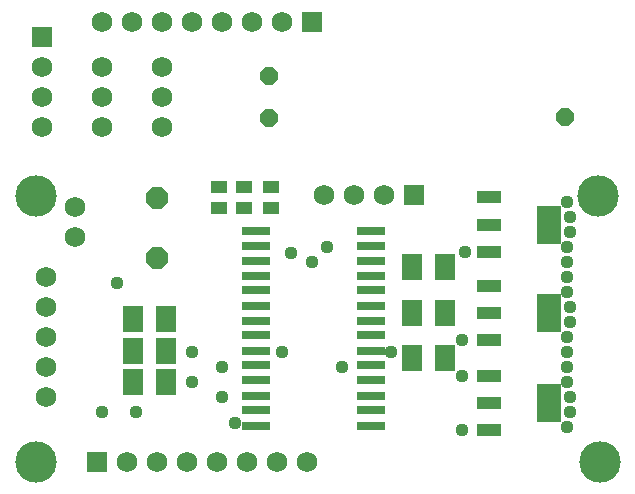
<source format=gts>
G75*
G70*
%OFA0B0*%
%FSLAX24Y24*%
%IPPOS*%
%LPD*%
%AMOC8*
5,1,8,0,0,1.08239X$1,22.5*
%
%ADD10R,0.0946X0.0316*%
%ADD11R,0.0789X0.0395*%
%ADD12R,0.0808X0.1261*%
%ADD13R,0.0710X0.0867*%
%ADD14OC8,0.0710*%
%ADD15R,0.0552X0.0395*%
%ADD16C,0.0680*%
%ADD17R,0.0680X0.0680*%
%ADD18C,0.1380*%
%ADD19OC8,0.0595*%
%ADD20C,0.0440*%
D10*
X008574Y002429D03*
X008574Y002941D03*
X008574Y003433D03*
X008574Y003945D03*
X008574Y004437D03*
X008574Y004929D03*
X008574Y005441D03*
X008574Y005933D03*
X008574Y006425D03*
X008574Y006937D03*
X008574Y007429D03*
X008574Y007921D03*
X008574Y008433D03*
X008574Y008925D03*
X012413Y008925D03*
X012413Y008433D03*
X012413Y007921D03*
X012413Y007429D03*
X012413Y006937D03*
X012413Y006425D03*
X012413Y005933D03*
X012413Y005441D03*
X012413Y004929D03*
X012413Y004437D03*
X012413Y003945D03*
X012413Y003433D03*
X012413Y002941D03*
X012413Y002429D03*
D11*
X016329Y002277D03*
X016333Y003183D03*
X016329Y004089D03*
X016329Y005277D03*
X016333Y006183D03*
X016329Y007089D03*
X016329Y008227D03*
X016333Y009133D03*
X016329Y010039D03*
D12*
X018333Y009133D03*
X018333Y006183D03*
X018333Y003183D03*
D13*
X014885Y004683D03*
X013782Y004683D03*
X013782Y006183D03*
X014885Y006183D03*
X014885Y007733D03*
X013782Y007733D03*
X005585Y005983D03*
X004482Y005983D03*
X004482Y004933D03*
X005585Y004933D03*
X005585Y003883D03*
X004482Y003883D03*
D14*
X005283Y008033D03*
X005283Y010033D03*
D15*
X007333Y009679D03*
X007333Y010387D03*
X008183Y010387D03*
X009083Y010387D03*
X009083Y009679D03*
X008183Y009679D03*
D16*
X010833Y010133D03*
X011833Y010133D03*
X012833Y010133D03*
X009433Y015883D03*
X008433Y015883D03*
X007433Y015883D03*
X006433Y015883D03*
X005433Y015883D03*
X004433Y015883D03*
X003433Y015883D03*
X003433Y014383D03*
X003433Y013383D03*
X003433Y012383D03*
X005433Y012383D03*
X005433Y013383D03*
X005433Y014383D03*
X001433Y014383D03*
X001433Y013383D03*
X001433Y012383D03*
X002533Y009733D03*
X002533Y008733D03*
X001583Y007383D03*
X001583Y006383D03*
X001583Y005383D03*
X001583Y004383D03*
X001583Y003383D03*
X004283Y001233D03*
X005283Y001233D03*
X006283Y001233D03*
X007283Y001233D03*
X008283Y001233D03*
X009283Y001233D03*
X010283Y001233D03*
D17*
X003283Y001233D03*
X013833Y010133D03*
X010433Y015883D03*
X001433Y015383D03*
D18*
X001233Y001233D03*
X001233Y010083D03*
X019983Y010083D03*
X020033Y001233D03*
D19*
X018855Y012714D03*
X008992Y012694D03*
X008992Y014072D03*
D20*
X010933Y008383D03*
X010433Y007883D03*
X009733Y008183D03*
X009433Y004883D03*
X011433Y004383D03*
X013083Y004883D03*
X015433Y005283D03*
X015433Y004083D03*
X015433Y002283D03*
X018933Y002383D03*
X019033Y002883D03*
X019033Y003383D03*
X018933Y003883D03*
X018933Y004383D03*
X018933Y004883D03*
X018933Y005383D03*
X019033Y005883D03*
X019033Y006383D03*
X018933Y006883D03*
X018933Y007383D03*
X018933Y007883D03*
X018933Y008383D03*
X019033Y008883D03*
X019033Y009383D03*
X018933Y009883D03*
X015533Y008233D03*
X007883Y002533D03*
X007433Y003383D03*
X006433Y003883D03*
X007433Y004383D03*
X006433Y004883D03*
X004585Y002883D03*
X003433Y002883D03*
X003933Y007183D03*
M02*

</source>
